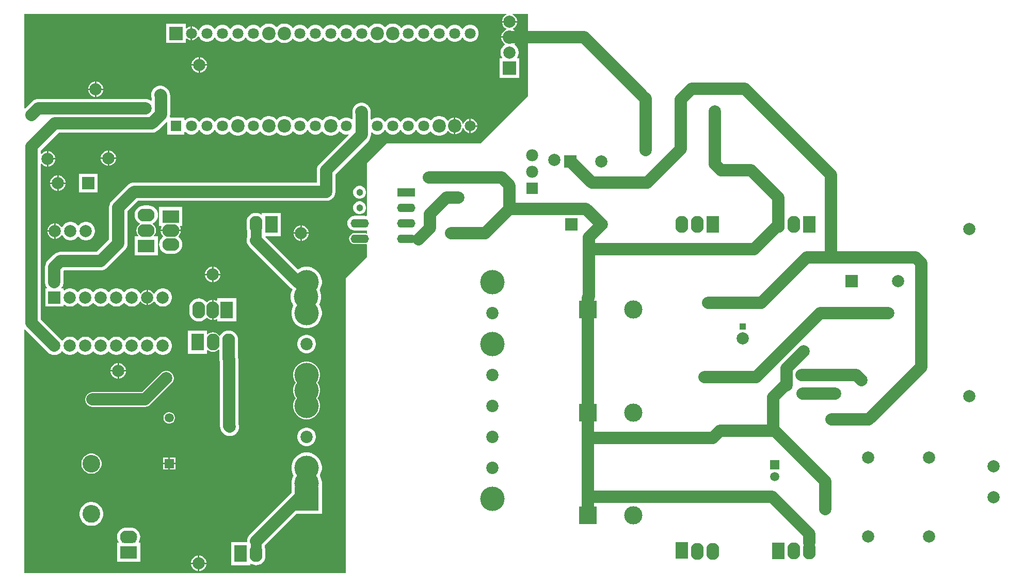
<source format=gbl>
G04*
G04 #@! TF.GenerationSoftware,Altium Limited,Altium Designer,22.11.1 (43)*
G04*
G04 Layer_Physical_Order=2*
G04 Layer_Color=16711680*
%FSLAX44Y44*%
%MOMM*%
G71*
G04*
G04 #@! TF.SameCoordinates,BEA400A9-7B0A-4234-B2B5-4D1F4660E836*
G04*
G04*
G04 #@! TF.FilePolarity,Positive*
G04*
G01*
G75*
%ADD87C,2.0000*%
%ADD88C,1.8000*%
%ADD90C,0.8000*%
%ADD91R,2.0000X2.0000*%
%ADD92C,2.0000*%
%ADD93R,2.1000X2.8000*%
%ADD94O,2.1000X2.8000*%
%ADD95R,1.1000X1.1000*%
%ADD96R,1.5000X1.5000*%
%ADD97C,1.5000*%
%ADD98O,2.8000X2.1000*%
%ADD99R,2.8000X2.1000*%
%ADD100R,3.0000X1.4000*%
%ADD101O,3.0000X1.4000*%
%ADD102C,1.1330*%
%ADD103C,4.0000*%
%ADD104C,1.8000*%
%ADD105C,2.2000*%
%ADD106R,2.2000X2.2000*%
%ADD107R,1.8000X1.8000*%
%ADD108C,2.0250*%
%ADD109R,4.0000X4.0000*%
%ADD110R,3.0000X3.0000*%
%ADD111C,3.0000*%
%ADD112C,2.8950*%
%ADD113C,1.9800*%
%ADD114R,1.9800X1.9800*%
%ADD115R,2.0000X2.0000*%
%ADD116R,2.2000X2.2000*%
G36*
X831000Y786000D02*
X753000Y708000D01*
X599000D01*
X567000Y676000D01*
Y589787D01*
X565730Y589031D01*
X562900Y589403D01*
X546900D01*
X543767Y588991D01*
X540848Y587782D01*
X538341Y585858D01*
X536418Y583352D01*
X535209Y580433D01*
X534796Y577300D01*
X535209Y574167D01*
X536418Y571248D01*
X538341Y568741D01*
X540848Y566818D01*
X543767Y565609D01*
X546900Y565196D01*
X562900D01*
X565730Y565569D01*
X567000Y564813D01*
Y561086D01*
X565944Y560381D01*
X565249Y560668D01*
X562900Y560978D01*
X546900D01*
X544551Y560668D01*
X542361Y559761D01*
X540481Y558319D01*
X539039Y556439D01*
X538132Y554249D01*
X537822Y551900D01*
X538132Y549551D01*
X539039Y547361D01*
X540481Y545481D01*
X542361Y544039D01*
X544551Y543132D01*
X546900Y542822D01*
X562900D01*
X565249Y543132D01*
X565944Y543419D01*
X567000Y542714D01*
Y522000D01*
X532000Y487000D01*
Y3059D01*
X5059D01*
Y402291D01*
X6254Y402719D01*
X6342Y402612D01*
X43622Y365332D01*
X44194Y364862D01*
X44718Y364339D01*
X45334Y363927D01*
X45906Y363458D01*
X46559Y363109D01*
X47175Y362697D01*
X47859Y362414D01*
X48512Y362065D01*
X49221Y361850D01*
X49905Y361567D01*
X50631Y361422D01*
X51340Y361207D01*
X52076Y361134D01*
X52803Y360990D01*
X53543D01*
X54280Y360917D01*
X55017Y360990D01*
X55757D01*
X56484Y361134D01*
X57221Y361207D01*
X57929Y361422D01*
X58655Y361567D01*
X59339Y361850D01*
X60048Y362065D01*
X60701Y362414D01*
X61385Y362697D01*
X62001Y363109D01*
X62654Y363458D01*
X63226Y363927D01*
X63842Y364339D01*
X64366Y364862D01*
X64938Y365332D01*
X65408Y365905D01*
X65931Y366428D01*
X66216Y366855D01*
X66771Y366970D01*
X67783Y366796D01*
X68029Y366428D01*
X70118Y364339D01*
X72575Y362697D01*
X75305Y361567D01*
X78203Y360990D01*
X81157D01*
X84055Y361567D01*
X86785Y362697D01*
X89242Y364339D01*
X91331Y366428D01*
X91745Y367047D01*
X93015D01*
X93429Y366428D01*
X95518Y364339D01*
X97975Y362697D01*
X100705Y361567D01*
X103603Y360990D01*
X106557D01*
X109455Y361567D01*
X112185Y362697D01*
X114642Y364339D01*
X116731Y366428D01*
X117145Y367047D01*
X118415D01*
X118829Y366428D01*
X120918Y364339D01*
X123375Y362697D01*
X126105Y361567D01*
X129003Y360990D01*
X131957D01*
X134855Y361567D01*
X137585Y362697D01*
X140042Y364339D01*
X142131Y366428D01*
X142545Y367047D01*
X143815D01*
X144229Y366428D01*
X146318Y364339D01*
X148775Y362697D01*
X151505Y361567D01*
X154403Y360990D01*
X157357D01*
X160255Y361567D01*
X162985Y362697D01*
X165442Y364339D01*
X167531Y366428D01*
X167945Y367047D01*
X169215D01*
X169629Y366428D01*
X171718Y364339D01*
X174175Y362697D01*
X176905Y361567D01*
X179803Y360990D01*
X182757D01*
X185655Y361567D01*
X188385Y362697D01*
X190842Y364339D01*
X192931Y366428D01*
X193345Y367047D01*
X194615D01*
X195029Y366428D01*
X197118Y364339D01*
X199575Y362697D01*
X202305Y361567D01*
X205203Y360990D01*
X208157D01*
X211055Y361567D01*
X213785Y362697D01*
X216242Y364339D01*
X218331Y366428D01*
X218745Y367047D01*
X220015D01*
X220429Y366428D01*
X222518Y364339D01*
X224975Y362697D01*
X227705Y361567D01*
X230603Y360990D01*
X233557D01*
X236455Y361567D01*
X239185Y362697D01*
X241642Y364339D01*
X243731Y366428D01*
X245373Y368885D01*
X246504Y371615D01*
X247080Y374513D01*
Y377467D01*
X246504Y380365D01*
X245373Y383095D01*
X243731Y385552D01*
X241642Y387641D01*
X239185Y389283D01*
X236455Y390414D01*
X233557Y390990D01*
X230603D01*
X227705Y390414D01*
X224975Y389283D01*
X222518Y387641D01*
X220429Y385552D01*
X220015Y384933D01*
X218745D01*
X218331Y385552D01*
X216242Y387641D01*
X213785Y389283D01*
X211055Y390414D01*
X208157Y390990D01*
X205203D01*
X202305Y390414D01*
X199575Y389283D01*
X197118Y387641D01*
X195029Y385552D01*
X194615Y384933D01*
X193345D01*
X192931Y385552D01*
X190842Y387641D01*
X188385Y389283D01*
X185655Y390414D01*
X182757Y390990D01*
X179803D01*
X176905Y390414D01*
X174175Y389283D01*
X171718Y387641D01*
X169629Y385552D01*
X169215Y384933D01*
X167945D01*
X167531Y385552D01*
X165442Y387641D01*
X162985Y389283D01*
X160255Y390414D01*
X157357Y390990D01*
X154403D01*
X151505Y390414D01*
X148775Y389283D01*
X146318Y387641D01*
X144229Y385552D01*
X143815Y384933D01*
X142545D01*
X142131Y385552D01*
X140042Y387641D01*
X137585Y389283D01*
X134855Y390414D01*
X131957Y390990D01*
X129003D01*
X126105Y390414D01*
X123375Y389283D01*
X120918Y387641D01*
X118829Y385552D01*
X118415Y384933D01*
X117145D01*
X116731Y385552D01*
X114642Y387641D01*
X112185Y389283D01*
X109455Y390414D01*
X106557Y390990D01*
X103603D01*
X100705Y390414D01*
X97975Y389283D01*
X95518Y387641D01*
X93429Y385552D01*
X93015Y384933D01*
X91745D01*
X91331Y385552D01*
X89242Y387641D01*
X86785Y389283D01*
X84055Y390414D01*
X81157Y390990D01*
X78203D01*
X75305Y390414D01*
X72575Y389283D01*
X70118Y387641D01*
X68029Y385552D01*
X67783Y385184D01*
X66771Y385010D01*
X66216Y385125D01*
X65931Y385552D01*
X65408Y386076D01*
X64938Y386648D01*
X32073Y419513D01*
Y674397D01*
X33343Y674923D01*
X35300Y672965D01*
X38160Y671315D01*
X41349Y670460D01*
X41730D01*
Y683000D01*
Y695540D01*
X41349D01*
X38160Y694685D01*
X35300Y693035D01*
X33343Y691077D01*
X32073Y691603D01*
Y696757D01*
X61243Y725927D01*
X214355D01*
X217296Y726217D01*
X220123Y727075D01*
X222729Y728468D01*
X225013Y730342D01*
X238430Y743759D01*
X239700Y743233D01*
Y722948D01*
X267700D01*
Y726753D01*
X268970Y727279D01*
X270504Y725745D01*
X273696Y723902D01*
X277257Y722948D01*
X280943D01*
X284504Y723902D01*
X287696Y725745D01*
X290303Y728352D01*
X291165Y729845D01*
X292435D01*
X293297Y728352D01*
X295904Y725745D01*
X299096Y723902D01*
X302657Y722948D01*
X306343D01*
X309904Y723902D01*
X313096Y725745D01*
X315703Y728352D01*
X316565Y729845D01*
X317835D01*
X318697Y728352D01*
X321304Y725745D01*
X324496Y723902D01*
X328057Y722948D01*
X331743D01*
X335304Y723902D01*
X338496Y725745D01*
X340606Y727855D01*
X342154Y727823D01*
X342872Y726749D01*
X345101Y724520D01*
X347721Y722769D01*
X350633Y721563D01*
X353724Y720948D01*
X356876D01*
X359967Y721563D01*
X362879Y722769D01*
X365499Y724520D01*
X367728Y726749D01*
X368446Y727823D01*
X369995Y727855D01*
X372104Y725745D01*
X375296Y723902D01*
X378857Y722948D01*
X382543D01*
X386104Y723902D01*
X389296Y725745D01*
X391406Y727855D01*
X392954Y727823D01*
X393672Y726749D01*
X395901Y724520D01*
X398521Y722769D01*
X401433Y721563D01*
X404524Y720948D01*
X407676D01*
X410767Y721563D01*
X413679Y722769D01*
X416300Y724520D01*
X417939Y726159D01*
X418800Y726607D01*
X419662Y726159D01*
X421301Y724520D01*
X423921Y722769D01*
X426833Y721563D01*
X429924Y720948D01*
X433076D01*
X436167Y721563D01*
X439079Y722769D01*
X441699Y724520D01*
X443928Y726749D01*
X444646Y727823D01*
X446195Y727855D01*
X448304Y725745D01*
X451496Y723902D01*
X455057Y722948D01*
X458743D01*
X462304Y723902D01*
X465496Y725745D01*
X468103Y728352D01*
X468965Y729845D01*
X470235D01*
X471097Y728352D01*
X473704Y725745D01*
X476896Y723902D01*
X480457Y722948D01*
X484143D01*
X487704Y723902D01*
X490896Y725745D01*
X493006Y727855D01*
X494554Y727823D01*
X495272Y726749D01*
X497501Y724520D01*
X500121Y722769D01*
X503033Y721563D01*
X506124Y720948D01*
X509276D01*
X512367Y721563D01*
X515279Y722769D01*
X517900Y724520D01*
X520128Y726749D01*
X520846Y727823D01*
X522395Y727855D01*
X524504Y725745D01*
X527696Y723902D01*
X531257Y722948D01*
X534943D01*
X536163Y723275D01*
X536820Y722136D01*
X489342Y674658D01*
X487468Y672374D01*
X486075Y669768D01*
X485217Y666941D01*
X484927Y664000D01*
Y644073D01*
X185000D01*
X182059Y643783D01*
X179232Y642925D01*
X176626Y641532D01*
X174342Y639658D01*
X148342Y613658D01*
X146468Y611374D01*
X145075Y608768D01*
X144217Y605941D01*
X143927Y603000D01*
Y550243D01*
X123757Y530073D01*
X64000D01*
X61059Y529783D01*
X58232Y528925D01*
X55626Y527532D01*
X53342Y525658D01*
X43342Y515658D01*
X41468Y513374D01*
X40075Y510768D01*
X39217Y507940D01*
X38927Y505000D01*
Y480500D01*
X39000Y479763D01*
Y479023D01*
X39144Y478296D01*
X39217Y477560D01*
X39432Y476851D01*
X39576Y476125D01*
X39860Y475441D01*
X40075Y474732D01*
X40424Y474079D01*
X40707Y473395D01*
X41118Y472779D01*
X41468Y472126D01*
X41850Y471660D01*
X41791Y471327D01*
X41188Y470390D01*
X39280D01*
Y440390D01*
X69280D01*
Y442881D01*
X70550Y443450D01*
X72575Y442097D01*
X75305Y440966D01*
X78203Y440390D01*
X81157D01*
X84055Y440966D01*
X86785Y442097D01*
X89242Y443739D01*
X91331Y445828D01*
X91745Y446447D01*
X93015D01*
X93429Y445828D01*
X95518Y443739D01*
X97975Y442097D01*
X100705Y440966D01*
X103603Y440390D01*
X106557D01*
X109455Y440966D01*
X112185Y442097D01*
X114642Y443739D01*
X116731Y445828D01*
X117145Y446447D01*
X118415D01*
X118829Y445828D01*
X120918Y443739D01*
X123375Y442097D01*
X126105Y440966D01*
X129003Y440390D01*
X131957D01*
X134855Y440966D01*
X137585Y442097D01*
X140042Y443739D01*
X142131Y445828D01*
X142545Y446447D01*
X143815D01*
X144229Y445828D01*
X146318Y443739D01*
X148775Y442097D01*
X151505Y440966D01*
X154403Y440390D01*
X157357D01*
X160255Y440966D01*
X162985Y442097D01*
X165442Y443739D01*
X167531Y445828D01*
X167945Y446447D01*
X169215D01*
X169629Y445828D01*
X171718Y443739D01*
X174175Y442097D01*
X176905Y440966D01*
X179803Y440390D01*
X182757D01*
X185655Y440966D01*
X188385Y442097D01*
X190842Y443739D01*
X192931Y445828D01*
X194573Y448285D01*
X194746Y448703D01*
X196013Y448786D01*
X196646Y447690D01*
X198980Y445355D01*
X201840Y443705D01*
X205029Y442850D01*
X205410D01*
Y455390D01*
Y467930D01*
X205029D01*
X201840Y467075D01*
X198980Y465424D01*
X196646Y463090D01*
X196013Y461994D01*
X194746Y462077D01*
X194573Y462495D01*
X192931Y464952D01*
X190842Y467041D01*
X188385Y468683D01*
X185655Y469813D01*
X182757Y470390D01*
X179803D01*
X176905Y469813D01*
X174175Y468683D01*
X171718Y467041D01*
X169629Y464952D01*
X169215Y464333D01*
X167945D01*
X167531Y464952D01*
X165442Y467041D01*
X162985Y468683D01*
X160255Y469813D01*
X157357Y470390D01*
X154403D01*
X151505Y469813D01*
X148775Y468683D01*
X146318Y467041D01*
X144229Y464952D01*
X143815Y464333D01*
X142545D01*
X142131Y464952D01*
X140042Y467041D01*
X137585Y468683D01*
X134855Y469813D01*
X131957Y470390D01*
X129003D01*
X126105Y469813D01*
X123375Y468683D01*
X120918Y467041D01*
X118829Y464952D01*
X118415Y464333D01*
X117145D01*
X116731Y464952D01*
X114642Y467041D01*
X112185Y468683D01*
X109455Y469813D01*
X106557Y470390D01*
X103603D01*
X100705Y469813D01*
X97975Y468683D01*
X95518Y467041D01*
X93429Y464952D01*
X93015Y464333D01*
X91745D01*
X91331Y464952D01*
X89242Y467041D01*
X86785Y468683D01*
X84055Y469813D01*
X81157Y470390D01*
X78203D01*
X75305Y469813D01*
X72575Y468683D01*
X70550Y467330D01*
X69280Y467899D01*
Y470390D01*
X66813D01*
X66209Y471327D01*
X66150Y471660D01*
X66532Y472126D01*
X66881Y472779D01*
X67293Y473395D01*
X67576Y474079D01*
X67925Y474732D01*
X68140Y475441D01*
X68424Y476125D01*
X68568Y476851D01*
X68783Y477560D01*
X68856Y478296D01*
X69000Y479023D01*
Y479763D01*
X69073Y480500D01*
Y498757D01*
X70243Y499927D01*
X130000D01*
X132941Y500217D01*
X135768Y501075D01*
X138374Y502468D01*
X140658Y504342D01*
X169658Y533342D01*
X171532Y535626D01*
X172925Y538232D01*
X173783Y541059D01*
X174073Y544000D01*
Y596757D01*
X191243Y613927D01*
X500000D01*
X500737Y614000D01*
X501477D01*
X502204Y614145D01*
X502940Y614217D01*
X503649Y614432D01*
X504375Y614576D01*
X505059Y614860D01*
X505768Y615075D01*
X506421Y615424D01*
X507105Y615707D01*
X507721Y616119D01*
X508374Y616468D01*
X508946Y616937D01*
X509562Y617349D01*
X510085Y617872D01*
X510658Y618342D01*
X511128Y618914D01*
X511651Y619438D01*
X512063Y620054D01*
X512532Y620626D01*
X512882Y621279D01*
X513293Y621895D01*
X513576Y622579D01*
X513925Y623232D01*
X514140Y623941D01*
X514423Y624625D01*
X514568Y625351D01*
X514783Y626059D01*
X514856Y626797D01*
X515000Y627523D01*
Y628263D01*
X515073Y629000D01*
Y657757D01*
X569158Y711842D01*
X571032Y714126D01*
X572425Y716732D01*
X573283Y719560D01*
X573573Y722500D01*
Y725817D01*
X574746Y726303D01*
X575304Y725745D01*
X578496Y723902D01*
X582057Y722948D01*
X585743D01*
X589304Y723902D01*
X592496Y725745D01*
X595103Y728352D01*
X595965Y729845D01*
X597235D01*
X598097Y728352D01*
X600704Y725745D01*
X603896Y723902D01*
X607457Y722948D01*
X611143D01*
X614704Y723902D01*
X617896Y725745D01*
X620503Y728352D01*
X621365Y729845D01*
X622635D01*
X623497Y728352D01*
X626104Y725745D01*
X629296Y723902D01*
X632857Y722948D01*
X636543D01*
X640104Y723902D01*
X643296Y725745D01*
X645903Y728352D01*
X646765Y729845D01*
X648035D01*
X648897Y728352D01*
X651504Y725745D01*
X654696Y723902D01*
X658257Y722948D01*
X661943D01*
X665504Y723902D01*
X668696Y725745D01*
X670806Y727855D01*
X672354Y727823D01*
X673072Y726749D01*
X675301Y724520D01*
X677921Y722769D01*
X680833Y721563D01*
X683924Y720948D01*
X687076D01*
X690167Y721563D01*
X693079Y722769D01*
X695699Y724520D01*
X697928Y726749D01*
X698946Y728271D01*
X700455Y728245D01*
X702586Y726113D01*
X705674Y724331D01*
X709118Y723408D01*
X709630D01*
Y736948D01*
Y750488D01*
X709118D01*
X705674Y749565D01*
X702586Y747783D01*
X700455Y745651D01*
X698946Y745625D01*
X697928Y747147D01*
X695699Y749376D01*
X693079Y751127D01*
X690167Y752333D01*
X687076Y752948D01*
X683924D01*
X680833Y752333D01*
X677921Y751127D01*
X675301Y749376D01*
X673072Y747147D01*
X672354Y746073D01*
X670806Y746041D01*
X668696Y748151D01*
X665504Y749994D01*
X661943Y750948D01*
X658257D01*
X654696Y749994D01*
X651504Y748151D01*
X648897Y745544D01*
X648035Y744051D01*
X646765D01*
X645903Y745544D01*
X643296Y748151D01*
X640104Y749994D01*
X636543Y750948D01*
X632857D01*
X629296Y749994D01*
X626104Y748151D01*
X623497Y745544D01*
X622635Y744051D01*
X621365D01*
X620503Y745544D01*
X617896Y748151D01*
X614704Y749994D01*
X611143Y750948D01*
X607457D01*
X603896Y749994D01*
X600704Y748151D01*
X598097Y745544D01*
X597235Y744051D01*
X595965D01*
X595103Y745544D01*
X592496Y748151D01*
X589304Y749994D01*
X585743Y750948D01*
X582057D01*
X578496Y749994D01*
X575304Y748151D01*
X574496Y747343D01*
X573323Y747829D01*
Y759750D01*
X573033Y762690D01*
X572175Y765518D01*
X570782Y768124D01*
X569866Y769240D01*
X569651Y769562D01*
X569378Y769836D01*
X568908Y770408D01*
X568658Y770658D01*
X568086Y771128D01*
X567562Y771651D01*
X566946Y772063D01*
X566374Y772532D01*
X565721Y772881D01*
X565105Y773293D01*
X564421Y773576D01*
X563768Y773925D01*
X563059Y774140D01*
X562375Y774424D01*
X561649Y774568D01*
X560941Y774783D01*
X560204Y774855D01*
X559477Y775000D01*
X558737D01*
X558000Y775073D01*
X557263Y775000D01*
X556523D01*
X555796Y774855D01*
X555060Y774783D01*
X554351Y774568D01*
X553625Y774424D01*
X552941Y774140D01*
X552232Y773925D01*
X551579Y773576D01*
X550895Y773293D01*
X550279Y772881D01*
X549626Y772532D01*
X549054Y772063D01*
X548438Y771651D01*
X547915Y771128D01*
X547342Y770658D01*
X546872Y770086D01*
X546349Y769562D01*
X545937Y768946D01*
X545468Y768374D01*
X545118Y767721D01*
X544707Y767105D01*
X544424Y766421D01*
X544075Y765768D01*
X543860Y765059D01*
X543577Y764375D01*
X543432Y763649D01*
X543217Y762941D01*
X543144Y762204D01*
X543000Y761477D01*
Y760737D01*
X542927Y760000D01*
X543000Y759263D01*
Y758523D01*
X543144Y757796D01*
X543177Y757461D01*
Y748329D01*
X542004Y747843D01*
X541696Y748151D01*
X538504Y749994D01*
X534943Y750948D01*
X531257D01*
X527696Y749994D01*
X524504Y748151D01*
X522395Y746041D01*
X520846Y746073D01*
X520128Y747147D01*
X517900Y749376D01*
X515279Y751127D01*
X512367Y752333D01*
X509276Y752948D01*
X506124D01*
X503033Y752333D01*
X500121Y751127D01*
X497501Y749376D01*
X495272Y747147D01*
X494554Y746073D01*
X493006Y746041D01*
X490896Y748151D01*
X487704Y749994D01*
X484143Y750948D01*
X480457D01*
X476896Y749994D01*
X473704Y748151D01*
X471097Y745544D01*
X470235Y744051D01*
X468965D01*
X468103Y745544D01*
X465496Y748151D01*
X462304Y749994D01*
X458743Y750948D01*
X455057D01*
X451496Y749994D01*
X448304Y748151D01*
X446195Y746041D01*
X444646Y746073D01*
X443928Y747147D01*
X441699Y749376D01*
X439079Y751127D01*
X436167Y752333D01*
X433076Y752948D01*
X429924D01*
X426833Y752333D01*
X423921Y751127D01*
X421301Y749376D01*
X419662Y747737D01*
X418800Y747289D01*
X417939Y747737D01*
X416300Y749376D01*
X413679Y751127D01*
X410767Y752333D01*
X407676Y752948D01*
X404524D01*
X401433Y752333D01*
X398521Y751127D01*
X395901Y749376D01*
X393672Y747147D01*
X392954Y746073D01*
X391406Y746041D01*
X389296Y748151D01*
X386104Y749994D01*
X382543Y750948D01*
X378857D01*
X375296Y749994D01*
X372104Y748151D01*
X369995Y746041D01*
X368446Y746073D01*
X367728Y747147D01*
X365499Y749376D01*
X362879Y751127D01*
X359967Y752333D01*
X356876Y752948D01*
X353724D01*
X350633Y752333D01*
X347721Y751127D01*
X345101Y749376D01*
X342872Y747147D01*
X342154Y746073D01*
X340606Y746041D01*
X338496Y748151D01*
X335304Y749994D01*
X331743Y750948D01*
X328057D01*
X324496Y749994D01*
X321304Y748151D01*
X318697Y745544D01*
X317835Y744051D01*
X316565D01*
X315703Y745544D01*
X313096Y748151D01*
X309904Y749994D01*
X306343Y750948D01*
X302657D01*
X299096Y749994D01*
X295904Y748151D01*
X293297Y745544D01*
X292435Y744051D01*
X291165D01*
X290303Y745544D01*
X287696Y748151D01*
X284504Y749994D01*
X280943Y750948D01*
X277257D01*
X273696Y749994D01*
X270504Y748151D01*
X268970Y746617D01*
X267700Y747143D01*
Y750948D01*
X244316D01*
X243560Y751968D01*
X243783Y752704D01*
X244073Y755645D01*
Y787000D01*
X244073Y787000D01*
X243783Y789940D01*
X242925Y792768D01*
X241532Y795374D01*
X239658Y797658D01*
X238658Y798658D01*
X238085Y799128D01*
X237562Y799651D01*
X236946Y800063D01*
X236374Y800532D01*
X235721Y800882D01*
X235105Y801293D01*
X234421Y801576D01*
X233768Y801925D01*
X233059Y802140D01*
X232375Y802423D01*
X231649Y802568D01*
X230940Y802783D01*
X230204Y802856D01*
X229477Y803000D01*
X228737D01*
X228000Y803073D01*
X227263Y803000D01*
X226523D01*
X225796Y802856D01*
X225060Y802783D01*
X224351Y802568D01*
X223625Y802423D01*
X222941Y802140D01*
X222232Y801925D01*
X221579Y801576D01*
X220895Y801293D01*
X220279Y800882D01*
X219626Y800532D01*
X219054Y800063D01*
X218438Y799651D01*
X217915Y799128D01*
X217342Y798658D01*
X216872Y798085D01*
X216349Y797562D01*
X215937Y796946D01*
X215468Y796374D01*
X215119Y795721D01*
X214707Y795105D01*
X214424Y794421D01*
X214075Y793768D01*
X213860Y793059D01*
X213577Y792375D01*
X213432Y791649D01*
X213217Y790940D01*
X213144Y790204D01*
X213000Y789477D01*
Y788737D01*
X212927Y788000D01*
X213000Y787263D01*
Y786523D01*
X213144Y785796D01*
X213217Y785060D01*
X213432Y784351D01*
X213577Y783625D01*
X213860Y782941D01*
X213927Y782718D01*
Y778934D01*
X213538Y778588D01*
X212657Y778300D01*
X212374Y778532D01*
X211721Y778881D01*
X211105Y779293D01*
X210421Y779576D01*
X209768Y779925D01*
X209059Y780140D01*
X208375Y780424D01*
X207649Y780568D01*
X206940Y780783D01*
X206204Y780855D01*
X205477Y781000D01*
X204737D01*
X204000Y781073D01*
X28000D01*
X25059Y780783D01*
X22232Y779925D01*
X19626Y778532D01*
X17342Y776658D01*
X6342Y765658D01*
X6329Y765641D01*
X5059Y766096D01*
Y920941D01*
X795940D01*
X796160Y919685D01*
X793300Y918035D01*
X790965Y915700D01*
X789315Y912840D01*
X788460Y909651D01*
Y909270D01*
X813540D01*
Y909651D01*
X812685Y912840D01*
X811034Y915700D01*
X808700Y918035D01*
X805840Y919685D01*
X806060Y920941D01*
X831000D01*
Y786000D01*
D02*
G37*
%LPC*%
G36*
X610876Y905000D02*
X607724D01*
X604633Y904385D01*
X601721Y903179D01*
X599101Y901428D01*
X597462Y899789D01*
X596600Y899341D01*
X595738Y899789D01*
X594099Y901428D01*
X591479Y903179D01*
X588567Y904385D01*
X585476Y905000D01*
X582324D01*
X579233Y904385D01*
X576321Y903179D01*
X573701Y901428D01*
X571472Y899199D01*
X570754Y898125D01*
X569206Y898093D01*
X567096Y900203D01*
X563904Y902046D01*
X560343Y903000D01*
X556657D01*
X553096Y902046D01*
X549904Y900203D01*
X547297Y897596D01*
X546435Y896103D01*
X545165D01*
X544303Y897596D01*
X541696Y900203D01*
X538504Y902046D01*
X534943Y903000D01*
X531257D01*
X527696Y902046D01*
X524504Y900203D01*
X521897Y897596D01*
X521035Y896103D01*
X519765D01*
X518903Y897596D01*
X516296Y900203D01*
X513104Y902046D01*
X509543Y903000D01*
X505857D01*
X502296Y902046D01*
X499104Y900203D01*
X496497Y897596D01*
X495635Y896103D01*
X494365D01*
X493503Y897596D01*
X490896Y900203D01*
X487704Y902046D01*
X484143Y903000D01*
X480457D01*
X476896Y902046D01*
X473704Y900203D01*
X471097Y897596D01*
X470235Y896103D01*
X468965D01*
X468103Y897596D01*
X465496Y900203D01*
X462304Y902046D01*
X458743Y903000D01*
X455057D01*
X451496Y902046D01*
X448304Y900203D01*
X446194Y898093D01*
X444646Y898125D01*
X443928Y899199D01*
X441699Y901428D01*
X439079Y903179D01*
X436167Y904385D01*
X433076Y905000D01*
X429924D01*
X426833Y904385D01*
X423921Y903179D01*
X421301Y901428D01*
X419661Y899789D01*
X418800Y899341D01*
X417938Y899789D01*
X416299Y901428D01*
X413679Y903179D01*
X410767Y904385D01*
X407676Y905000D01*
X404524D01*
X401433Y904385D01*
X398521Y903179D01*
X395901Y901428D01*
X393672Y899199D01*
X392954Y898125D01*
X391405Y898093D01*
X389296Y900203D01*
X386104Y902046D01*
X382543Y903000D01*
X378857D01*
X375296Y902046D01*
X372104Y900203D01*
X369497Y897596D01*
X368635Y896103D01*
X367365D01*
X366503Y897596D01*
X363896Y900203D01*
X360704Y902046D01*
X357143Y903000D01*
X353457D01*
X349896Y902046D01*
X346704Y900203D01*
X344097Y897596D01*
X343235Y896103D01*
X341965D01*
X341103Y897596D01*
X338496Y900203D01*
X335304Y902046D01*
X331743Y903000D01*
X328057D01*
X324496Y902046D01*
X321304Y900203D01*
X318697Y897596D01*
X317835Y896103D01*
X316565D01*
X315703Y897596D01*
X313096Y900203D01*
X309904Y902046D01*
X306343Y903000D01*
X302657D01*
X299096Y902046D01*
X295904Y900203D01*
X293297Y897596D01*
X291454Y894404D01*
X291162Y893312D01*
X289892D01*
X289853Y893454D01*
X288334Y896086D01*
X286186Y898234D01*
X283554Y899753D01*
X280619Y900540D01*
X280370D01*
Y889000D01*
Y877460D01*
X280619D01*
X283554Y878247D01*
X286186Y879766D01*
X288334Y881914D01*
X289853Y884546D01*
X289892Y884688D01*
X291162D01*
X291454Y883596D01*
X293297Y880404D01*
X295904Y877797D01*
X299096Y875954D01*
X302657Y875000D01*
X306343D01*
X309904Y875954D01*
X313096Y877797D01*
X315703Y880404D01*
X316565Y881897D01*
X317835D01*
X318697Y880404D01*
X321304Y877797D01*
X324496Y875954D01*
X328057Y875000D01*
X331743D01*
X335304Y875954D01*
X338496Y877797D01*
X341103Y880404D01*
X341965Y881897D01*
X343235D01*
X344097Y880404D01*
X346704Y877797D01*
X349896Y875954D01*
X353457Y875000D01*
X357143D01*
X360704Y875954D01*
X363896Y877797D01*
X366503Y880404D01*
X367365Y881897D01*
X368635D01*
X369497Y880404D01*
X372104Y877797D01*
X375296Y875954D01*
X378857Y875000D01*
X382543D01*
X386104Y875954D01*
X389296Y877797D01*
X391405Y879907D01*
X392954Y879875D01*
X393672Y878801D01*
X395901Y876572D01*
X398521Y874821D01*
X401433Y873615D01*
X404524Y873000D01*
X407676D01*
X410767Y873615D01*
X413679Y874821D01*
X416299Y876572D01*
X417938Y878211D01*
X418800Y878659D01*
X419661Y878211D01*
X421301Y876572D01*
X423921Y874821D01*
X426833Y873615D01*
X429924Y873000D01*
X433076D01*
X436167Y873615D01*
X439079Y874821D01*
X441699Y876572D01*
X443928Y878801D01*
X444646Y879875D01*
X446194Y879907D01*
X448304Y877797D01*
X451496Y875954D01*
X455057Y875000D01*
X458743D01*
X462304Y875954D01*
X465496Y877797D01*
X468103Y880404D01*
X468965Y881897D01*
X470235D01*
X471097Y880404D01*
X473704Y877797D01*
X476896Y875954D01*
X480457Y875000D01*
X484143D01*
X487704Y875954D01*
X490896Y877797D01*
X493503Y880404D01*
X494365Y881897D01*
X495635D01*
X496497Y880404D01*
X499104Y877797D01*
X502296Y875954D01*
X505857Y875000D01*
X509543D01*
X513104Y875954D01*
X516296Y877797D01*
X518903Y880404D01*
X519765Y881897D01*
X521035D01*
X521897Y880404D01*
X524504Y877797D01*
X527696Y875954D01*
X531257Y875000D01*
X534943D01*
X538504Y875954D01*
X541696Y877797D01*
X544303Y880404D01*
X545165Y881897D01*
X546435D01*
X547297Y880404D01*
X549904Y877797D01*
X553096Y875954D01*
X556657Y875000D01*
X560343D01*
X563904Y875954D01*
X567096Y877797D01*
X569206Y879907D01*
X570754Y879875D01*
X571472Y878801D01*
X573701Y876572D01*
X576321Y874821D01*
X579233Y873615D01*
X582324Y873000D01*
X585476D01*
X588567Y873615D01*
X591479Y874821D01*
X594099Y876572D01*
X595738Y878211D01*
X596600Y878659D01*
X597462Y878211D01*
X599101Y876572D01*
X601721Y874821D01*
X604633Y873615D01*
X607724Y873000D01*
X610876D01*
X613967Y873615D01*
X616879Y874821D01*
X619499Y876572D01*
X621728Y878801D01*
X622446Y879875D01*
X623994Y879907D01*
X626104Y877797D01*
X629296Y875954D01*
X632857Y875000D01*
X636543D01*
X640104Y875954D01*
X643296Y877797D01*
X645903Y880404D01*
X646765Y881897D01*
X648035D01*
X648897Y880404D01*
X651504Y877797D01*
X654696Y875954D01*
X658257Y875000D01*
X661943D01*
X665504Y875954D01*
X668696Y877797D01*
X671303Y880404D01*
X672165Y881897D01*
X673435D01*
X674297Y880404D01*
X676904Y877797D01*
X680096Y875954D01*
X683657Y875000D01*
X687343D01*
X690904Y875954D01*
X694096Y877797D01*
X696703Y880404D01*
X697565Y881897D01*
X698835D01*
X699697Y880404D01*
X702304Y877797D01*
X705496Y875954D01*
X709057Y875000D01*
X712743D01*
X716304Y875954D01*
X719496Y877797D01*
X722103Y880404D01*
X722965Y881897D01*
X724235D01*
X725097Y880404D01*
X727704Y877797D01*
X730896Y875954D01*
X734457Y875000D01*
X738143D01*
X741704Y875954D01*
X744896Y877797D01*
X747503Y880404D01*
X749346Y883596D01*
X750300Y887157D01*
Y890843D01*
X749346Y894404D01*
X747503Y897596D01*
X744896Y900203D01*
X741704Y902046D01*
X738143Y903000D01*
X734457D01*
X730896Y902046D01*
X727704Y900203D01*
X725097Y897596D01*
X724235Y896103D01*
X722965D01*
X722103Y897596D01*
X719496Y900203D01*
X716304Y902046D01*
X712743Y903000D01*
X709057D01*
X705496Y902046D01*
X702304Y900203D01*
X699697Y897596D01*
X698835Y896103D01*
X697565D01*
X696703Y897596D01*
X694096Y900203D01*
X690904Y902046D01*
X687343Y903000D01*
X683657D01*
X680096Y902046D01*
X676904Y900203D01*
X674297Y897596D01*
X673435Y896103D01*
X672165D01*
X671303Y897596D01*
X668696Y900203D01*
X665504Y902046D01*
X661943Y903000D01*
X658257D01*
X654696Y902046D01*
X651504Y900203D01*
X648897Y897596D01*
X648035Y896103D01*
X646765D01*
X645903Y897596D01*
X643296Y900203D01*
X640104Y902046D01*
X636543Y903000D01*
X632857D01*
X629296Y902046D01*
X626104Y900203D01*
X623994Y898093D01*
X622446Y898125D01*
X621728Y899199D01*
X619499Y901428D01*
X616879Y903179D01*
X613967Y904385D01*
X610876Y905000D01*
D02*
G37*
G36*
X813540Y906730D02*
X788460D01*
Y906349D01*
X789315Y903160D01*
X790965Y900300D01*
X793300Y897965D01*
X795543Y896670D01*
X795627Y896219D01*
X795474Y895244D01*
X792686Y893635D01*
X790165Y891114D01*
X788383Y888026D01*
X787460Y884583D01*
Y884070D01*
X801000D01*
X814540D01*
Y884583D01*
X813617Y888026D01*
X811835Y891114D01*
X809314Y893635D01*
X806526Y895244D01*
X806374Y896219D01*
X806457Y896670D01*
X808700Y897965D01*
X811034Y900300D01*
X812685Y903160D01*
X813540Y906349D01*
Y906730D01*
D02*
G37*
G36*
X269700Y905000D02*
X237700D01*
Y873000D01*
X269700D01*
Y880284D01*
X270970Y880810D01*
X272014Y879766D01*
X274646Y878247D01*
X277581Y877460D01*
X277830D01*
Y889000D01*
Y900540D01*
X277581D01*
X274646Y899753D01*
X272014Y898234D01*
X270970Y897190D01*
X269700Y897716D01*
Y905000D01*
D02*
G37*
G36*
X293651Y849540D02*
X293270D01*
Y838270D01*
X304540D01*
Y838651D01*
X303685Y841840D01*
X302034Y844700D01*
X299700Y847035D01*
X296840Y848685D01*
X293651Y849540D01*
D02*
G37*
G36*
X290730D02*
X290349D01*
X287160Y848685D01*
X284300Y847035D01*
X281966Y844700D01*
X280315Y841840D01*
X279460Y838651D01*
Y838270D01*
X290730D01*
Y849540D01*
D02*
G37*
G36*
X304540Y835730D02*
X293270D01*
Y824460D01*
X293651D01*
X296840Y825315D01*
X299700Y826965D01*
X302034Y829300D01*
X303685Y832160D01*
X304540Y835349D01*
Y835730D01*
D02*
G37*
G36*
X290730D02*
X279460D01*
Y835349D01*
X280315Y832160D01*
X281966Y829300D01*
X284300Y826965D01*
X287160Y825315D01*
X290349Y824460D01*
X290730D01*
Y835730D01*
D02*
G37*
G36*
X814540Y881530D02*
X801000D01*
X787460D01*
Y881017D01*
X788383Y877574D01*
X790165Y874486D01*
X792686Y871965D01*
X793130Y871709D01*
X793179Y870214D01*
X791438Y869051D01*
X789349Y866962D01*
X787707Y864505D01*
X786577Y861775D01*
X786000Y858877D01*
Y855923D01*
X786577Y853025D01*
X787707Y850295D01*
X788492Y849120D01*
X787894Y848000D01*
X785000D01*
Y816000D01*
X817000D01*
Y848000D01*
X814107D01*
X813508Y849120D01*
X814293Y850295D01*
X815424Y853025D01*
X816000Y855923D01*
Y858877D01*
X815424Y861775D01*
X814293Y864505D01*
X812651Y866962D01*
X810562Y869051D01*
X808821Y870214D01*
X808870Y871709D01*
X809314Y871965D01*
X811835Y874486D01*
X813617Y877574D01*
X814540Y881017D01*
Y881530D01*
D02*
G37*
G36*
X123651Y809540D02*
X123270D01*
Y798270D01*
X134540D01*
Y798651D01*
X133685Y801840D01*
X132035Y804700D01*
X129700Y807035D01*
X126840Y808685D01*
X123651Y809540D01*
D02*
G37*
G36*
X120730D02*
X120349D01*
X117160Y808685D01*
X114300Y807035D01*
X111966Y804700D01*
X110315Y801840D01*
X109460Y798651D01*
Y798270D01*
X120730D01*
Y809540D01*
D02*
G37*
G36*
X134540Y795730D02*
X123270D01*
Y784460D01*
X123651D01*
X126840Y785315D01*
X129700Y786965D01*
X132035Y789300D01*
X133685Y792160D01*
X134540Y795349D01*
Y795730D01*
D02*
G37*
G36*
X120730D02*
X109460D01*
Y795349D01*
X110315Y792160D01*
X111966Y789300D01*
X114300Y786965D01*
X117160Y785315D01*
X120349Y784460D01*
X120730D01*
Y795730D01*
D02*
G37*
G36*
X737819Y748488D02*
X737570D01*
Y738218D01*
X747840D01*
Y738467D01*
X747054Y741402D01*
X745534Y744034D01*
X743386Y746182D01*
X740754Y747702D01*
X737819Y748488D01*
D02*
G37*
G36*
X747840Y735678D02*
X737570D01*
Y725408D01*
X737819D01*
X740754Y726195D01*
X743386Y727714D01*
X745534Y729862D01*
X747054Y732494D01*
X747840Y735429D01*
Y735678D01*
D02*
G37*
G36*
X712683Y750488D02*
X712170D01*
Y736948D01*
Y723408D01*
X712683D01*
X716126Y724331D01*
X719214Y726113D01*
X721735Y728634D01*
X723517Y731722D01*
X723978Y733441D01*
X725293D01*
X725547Y732494D01*
X727066Y729862D01*
X729214Y727714D01*
X731846Y726195D01*
X734781Y725408D01*
X735030D01*
Y736948D01*
Y748488D01*
X734781D01*
X731846Y747702D01*
X729214Y746182D01*
X727066Y744034D01*
X725547Y741402D01*
X725293Y740455D01*
X723978D01*
X723517Y742174D01*
X721735Y745262D01*
X719214Y747783D01*
X716126Y749565D01*
X712683Y750488D01*
D02*
G37*
G36*
X144651Y696540D02*
X144270D01*
Y685270D01*
X155540D01*
Y685651D01*
X154685Y688840D01*
X153034Y691700D01*
X150700Y694035D01*
X147840Y695685D01*
X144651Y696540D01*
D02*
G37*
G36*
X141730D02*
X141349D01*
X138160Y695685D01*
X135300Y694035D01*
X132965Y691700D01*
X131315Y688840D01*
X130460Y685651D01*
Y685270D01*
X141730D01*
Y696540D01*
D02*
G37*
G36*
X44651Y695540D02*
X44270D01*
Y684270D01*
X55540D01*
Y684651D01*
X54685Y687840D01*
X53035Y690700D01*
X50700Y693035D01*
X47840Y694685D01*
X44651Y695540D01*
D02*
G37*
G36*
X155540Y682730D02*
X144270D01*
Y671460D01*
X144651D01*
X147840Y672315D01*
X150700Y673966D01*
X153034Y676300D01*
X154685Y679160D01*
X155540Y682349D01*
Y682730D01*
D02*
G37*
G36*
X141730D02*
X130460D01*
Y682349D01*
X131315Y679160D01*
X132965Y676300D01*
X135300Y673966D01*
X138160Y672315D01*
X141349Y671460D01*
X141730D01*
Y682730D01*
D02*
G37*
G36*
X55540Y681730D02*
X44270D01*
Y670460D01*
X44651D01*
X47840Y671315D01*
X50700Y672965D01*
X53035Y675300D01*
X54685Y678160D01*
X55540Y681349D01*
Y681730D01*
D02*
G37*
G36*
X61651Y655540D02*
X61270D01*
Y644270D01*
X72540D01*
Y644651D01*
X71685Y647840D01*
X70034Y650700D01*
X67700Y653035D01*
X64840Y654685D01*
X61651Y655540D01*
D02*
G37*
G36*
X58730D02*
X58349D01*
X55160Y654685D01*
X52300Y653035D01*
X49966Y650700D01*
X48315Y647840D01*
X47460Y644651D01*
Y644270D01*
X58730D01*
Y655540D01*
D02*
G37*
G36*
X72540Y641730D02*
X61270D01*
Y630460D01*
X61651D01*
X64840Y631315D01*
X67700Y632966D01*
X70034Y635300D01*
X71685Y638160D01*
X72540Y641349D01*
Y641730D01*
D02*
G37*
G36*
X58730D02*
X47460D01*
Y641349D01*
X48315Y638160D01*
X49966Y635300D01*
X52300Y632966D01*
X55160Y631315D01*
X58349Y630460D01*
X58730D01*
Y641730D01*
D02*
G37*
G36*
X125000Y658000D02*
X95000D01*
Y628000D01*
X125000D01*
Y658000D01*
D02*
G37*
G36*
X556304Y638765D02*
X553496D01*
X550784Y638038D01*
X548352Y636634D01*
X546366Y634648D01*
X544962Y632216D01*
X544235Y629504D01*
Y626696D01*
X544962Y623983D01*
X546366Y621552D01*
X548352Y619566D01*
X550784Y618162D01*
X553496Y617435D01*
X556304D01*
X559016Y618162D01*
X561449Y619566D01*
X563434Y621552D01*
X564838Y623983D01*
X565565Y626696D01*
Y629504D01*
X564838Y632216D01*
X563434Y634648D01*
X561449Y636634D01*
X559016Y638038D01*
X556304Y638765D01*
D02*
G37*
G36*
Y613365D02*
X553496D01*
X550784Y612638D01*
X548352Y611234D01*
X546366Y609248D01*
X544962Y606816D01*
X544235Y604104D01*
Y601296D01*
X544962Y598583D01*
X546366Y596152D01*
X548352Y594166D01*
X550784Y592762D01*
X553496Y592035D01*
X556304D01*
X559016Y592762D01*
X561449Y594166D01*
X563434Y596152D01*
X564838Y598583D01*
X565565Y601296D01*
Y604104D01*
X564838Y606816D01*
X563434Y609248D01*
X561449Y611234D01*
X559016Y612638D01*
X556304Y613365D01*
D02*
G37*
G36*
X107377Y579418D02*
X104423D01*
X101525Y578841D01*
X98795Y577711D01*
X96338Y576069D01*
X94249Y573980D01*
X93835Y573360D01*
X92565D01*
X92151Y573980D01*
X90062Y576069D01*
X87605Y577711D01*
X84875Y578841D01*
X81977Y579418D01*
X79023D01*
X76125Y578841D01*
X73395Y577711D01*
X70938Y576069D01*
X68849Y573980D01*
X67207Y571523D01*
X67034Y571105D01*
X65767Y571022D01*
X65135Y572118D01*
X62800Y574452D01*
X59940Y576103D01*
X56751Y576958D01*
X56370D01*
Y564418D01*
Y551878D01*
X56751D01*
X59940Y552732D01*
X62800Y554383D01*
X65135Y556718D01*
X65767Y557813D01*
X67034Y557730D01*
X67207Y557313D01*
X68849Y554856D01*
X70938Y552766D01*
X73395Y551125D01*
X76125Y549994D01*
X79023Y549418D01*
X81977D01*
X84875Y549994D01*
X87605Y551125D01*
X90062Y552766D01*
X92151Y554856D01*
X92565Y555475D01*
X93835D01*
X94249Y554856D01*
X96338Y552766D01*
X98795Y551125D01*
X101525Y549994D01*
X104423Y549418D01*
X107377D01*
X110275Y549994D01*
X113005Y551125D01*
X115462Y552766D01*
X117551Y554856D01*
X119193Y557313D01*
X120324Y560042D01*
X120900Y562940D01*
Y565895D01*
X120324Y568793D01*
X119193Y571523D01*
X117551Y573980D01*
X115462Y576069D01*
X113005Y577711D01*
X110275Y578841D01*
X107377Y579418D01*
D02*
G37*
G36*
X264085Y603800D02*
X226085D01*
Y572800D01*
X229359D01*
X230009Y571530D01*
X228880Y568804D01*
X228599Y566670D01*
X245085D01*
X261570D01*
X261289Y568804D01*
X260160Y571530D01*
X260811Y572800D01*
X264085D01*
Y603800D01*
D02*
G37*
G36*
X53830Y576958D02*
X53449D01*
X50260Y576103D01*
X47400Y574452D01*
X45065Y572118D01*
X43415Y569258D01*
X42560Y566069D01*
Y565688D01*
X53830D01*
Y576958D01*
D02*
G37*
G36*
X460651Y573540D02*
X460270D01*
Y562270D01*
X471540D01*
Y562651D01*
X470685Y565840D01*
X469035Y568700D01*
X466700Y571035D01*
X463840Y572685D01*
X460651Y573540D01*
D02*
G37*
G36*
X457730D02*
X457349D01*
X454160Y572685D01*
X451300Y571035D01*
X448965Y568700D01*
X447315Y565840D01*
X446460Y562651D01*
Y562270D01*
X457730D01*
Y573540D01*
D02*
G37*
G36*
X53830Y563148D02*
X42560D01*
Y562767D01*
X43415Y559577D01*
X45065Y556718D01*
X47400Y554383D01*
X50260Y552732D01*
X53449Y551878D01*
X53830D01*
Y563148D01*
D02*
G37*
G36*
X471540Y559730D02*
X460270D01*
Y548460D01*
X460651D01*
X463840Y549315D01*
X466700Y550965D01*
X469035Y553300D01*
X470685Y556160D01*
X471540Y559349D01*
Y559730D01*
D02*
G37*
G36*
X457730D02*
X446460D01*
Y559349D01*
X447315Y556160D01*
X448965Y553300D01*
X451300Y550965D01*
X454160Y549315D01*
X457349Y548460D01*
X457730D01*
Y559730D01*
D02*
G37*
G36*
X261570Y564130D02*
X245085D01*
X228599D01*
X228880Y561996D01*
X230194Y558824D01*
X232285Y556100D01*
X232020Y554702D01*
X230572Y553513D01*
X228635Y551153D01*
X227195Y548460D01*
X226309Y545539D01*
X226010Y542500D01*
X226309Y539462D01*
X227195Y536540D01*
X228635Y533847D01*
X230572Y531487D01*
X232932Y529550D01*
X235625Y528111D01*
X238546Y527224D01*
X241585Y526925D01*
X248585D01*
X251623Y527224D01*
X254545Y528111D01*
X257238Y529550D01*
X259598Y531487D01*
X261535Y533847D01*
X262974Y536540D01*
X263860Y539462D01*
X264160Y542500D01*
X263860Y545539D01*
X262974Y548460D01*
X261535Y551153D01*
X259598Y553513D01*
X258150Y554702D01*
X257885Y556100D01*
X259975Y558824D01*
X261289Y561996D01*
X261570Y564130D01*
D02*
G37*
G36*
X208500Y606375D02*
X201500D01*
X198461Y606076D01*
X195540Y605189D01*
X192847Y603750D01*
X190487Y601813D01*
X188550Y599453D01*
X187111Y596760D01*
X186224Y593839D01*
X185925Y590800D01*
X186224Y587761D01*
X187111Y584840D01*
X188550Y582147D01*
X190487Y579787D01*
X192847Y577850D01*
X194178Y577138D01*
X194301Y575632D01*
X192585Y574315D01*
X190581Y571704D01*
X189322Y568663D01*
X188892Y565400D01*
X189322Y562137D01*
X190581Y559096D01*
X192366Y556770D01*
X191944Y555500D01*
X186000D01*
Y524500D01*
X224000D01*
Y555500D01*
X218056D01*
X217634Y556770D01*
X219419Y559096D01*
X220678Y562137D01*
X221108Y565400D01*
X220678Y568663D01*
X219419Y571704D01*
X217415Y574315D01*
X215699Y575632D01*
X215822Y577138D01*
X217153Y577850D01*
X219513Y579787D01*
X221450Y582147D01*
X222889Y584840D01*
X223776Y587761D01*
X224075Y590800D01*
X223776Y593839D01*
X222889Y596760D01*
X221450Y599453D01*
X219513Y601813D01*
X217153Y603750D01*
X214460Y605189D01*
X211539Y606076D01*
X208500Y606375D01*
D02*
G37*
G36*
X315651Y505540D02*
X315270D01*
Y494270D01*
X326540D01*
Y494651D01*
X325685Y497840D01*
X324035Y500700D01*
X321700Y503035D01*
X318840Y504685D01*
X315651Y505540D01*
D02*
G37*
G36*
X312730D02*
X312349D01*
X309160Y504685D01*
X306300Y503035D01*
X303965Y500700D01*
X302315Y497840D01*
X301460Y494651D01*
Y494270D01*
X312730D01*
Y505540D01*
D02*
G37*
G36*
X326540Y491730D02*
X315270D01*
Y480460D01*
X315651D01*
X318840Y481315D01*
X321700Y482966D01*
X324035Y485300D01*
X325685Y488160D01*
X326540Y491349D01*
Y491730D01*
D02*
G37*
G36*
X312730D02*
X301460D01*
Y491349D01*
X302315Y488160D01*
X303965Y485300D01*
X306300Y482966D01*
X309160Y481315D01*
X312349Y480460D01*
X312730D01*
Y491730D01*
D02*
G37*
G36*
X233557Y470390D02*
X230603D01*
X227705Y469813D01*
X224975Y468683D01*
X222518Y467041D01*
X220429Y464952D01*
X218787Y462495D01*
X218614Y462077D01*
X217347Y461994D01*
X216714Y463090D01*
X214380Y465424D01*
X211520Y467075D01*
X208331Y467930D01*
X207950D01*
Y455390D01*
Y442850D01*
X208331D01*
X211520Y443705D01*
X214380Y445355D01*
X216714Y447690D01*
X217347Y448786D01*
X218614Y448703D01*
X218787Y448285D01*
X220429Y445828D01*
X222518Y443739D01*
X224975Y442097D01*
X227705Y440966D01*
X230603Y440390D01*
X233557D01*
X236455Y440966D01*
X239185Y442097D01*
X241642Y443739D01*
X243731Y445828D01*
X245373Y448285D01*
X246504Y451015D01*
X247080Y453913D01*
Y456867D01*
X246504Y459765D01*
X245373Y462495D01*
X243731Y464952D01*
X241642Y467041D01*
X239185Y468683D01*
X236455Y469813D01*
X233557Y470390D01*
D02*
G37*
G36*
X352500Y454000D02*
X321500D01*
Y450726D01*
X320230Y450075D01*
X317504Y451204D01*
X315370Y451485D01*
Y435000D01*
Y418515D01*
X317504Y418796D01*
X320230Y419925D01*
X321500Y419274D01*
Y416000D01*
X352500D01*
Y454000D01*
D02*
G37*
G36*
X291200Y454075D02*
X288162Y453776D01*
X285240Y452889D01*
X282547Y451450D01*
X280187Y449513D01*
X278250Y447153D01*
X276811Y444460D01*
X275924Y441539D01*
X275625Y438500D01*
Y431500D01*
X275924Y428461D01*
X276811Y425540D01*
X278250Y422847D01*
X280187Y420487D01*
X282547Y418550D01*
X285240Y417111D01*
X288162Y416224D01*
X291200Y415925D01*
X294238Y416224D01*
X297160Y417111D01*
X299853Y418550D01*
X302213Y420487D01*
X303402Y421935D01*
X304800Y422200D01*
X307524Y420110D01*
X310696Y418796D01*
X312830Y418515D01*
Y435000D01*
Y451485D01*
X310696Y451204D01*
X307524Y449890D01*
X304800Y447800D01*
X303402Y448065D01*
X302213Y449513D01*
X299853Y451450D01*
X297160Y452889D01*
X294238Y453776D01*
X291200Y454075D01*
D02*
G37*
G36*
X384600Y594075D02*
X381562Y593776D01*
X378640Y592889D01*
X375947Y591450D01*
X373587Y589513D01*
X371650Y587153D01*
X370211Y584460D01*
X369324Y581539D01*
X369025Y578500D01*
Y571500D01*
X369324Y568461D01*
X370211Y565540D01*
X370479Y565037D01*
Y554524D01*
X369817Y552341D01*
X369527Y549400D01*
X369817Y546460D01*
X370675Y543632D01*
X372068Y541026D01*
X373942Y538742D01*
X442694Y469990D01*
X444772Y468284D01*
X442897Y463757D01*
X441937Y458927D01*
Y454003D01*
X442897Y449173D01*
X444782Y444623D01*
X446310Y442337D01*
X445845Y441642D01*
X443961Y437092D01*
X443000Y432262D01*
Y427338D01*
X443961Y422508D01*
X445845Y417958D01*
X448581Y413863D01*
X452063Y410381D01*
X456158Y407645D01*
X460708Y405761D01*
X465538Y404800D01*
X470462D01*
X475292Y405761D01*
X479842Y407645D01*
X483937Y410381D01*
X487419Y413863D01*
X490155Y417958D01*
X492039Y422508D01*
X493000Y427338D01*
Y432262D01*
X492039Y437092D01*
X490155Y441642D01*
X488627Y443928D01*
X489091Y444623D01*
X490976Y449173D01*
X491937Y454003D01*
Y458927D01*
X490976Y463757D01*
X489383Y467603D01*
X490155Y468758D01*
X492039Y473308D01*
X493000Y478138D01*
Y483062D01*
X492039Y487892D01*
X490155Y492442D01*
X487419Y496536D01*
X483937Y500019D01*
X479842Y502755D01*
X475292Y504639D01*
X470462Y505600D01*
X465538D01*
X460708Y504639D01*
X456158Y502755D01*
X454002Y501314D01*
X400489Y554827D01*
X400975Y556000D01*
X425500D01*
Y594000D01*
X394500D01*
Y591912D01*
X393352Y591369D01*
X393253Y591450D01*
X390560Y592889D01*
X387639Y593776D01*
X384600Y594075D01*
D02*
G37*
G36*
X339800Y401075D02*
X336762Y400776D01*
X333840Y399889D01*
X331147Y398450D01*
X328787Y396513D01*
X326850Y394153D01*
X326138Y392822D01*
X324632Y392699D01*
X323315Y394415D01*
X320704Y396419D01*
X317663Y397678D01*
X314400Y398108D01*
X311137Y397678D01*
X308096Y396419D01*
X305770Y394634D01*
X304500Y395056D01*
Y401000D01*
X273500D01*
Y363000D01*
X304500D01*
Y368944D01*
X305770Y369366D01*
X308096Y367581D01*
X311137Y366322D01*
X314400Y365892D01*
X317663Y366322D01*
X320704Y367581D01*
X323315Y369585D01*
X323625Y369989D01*
X324827Y369580D01*
Y355100D01*
X325117Y352160D01*
X325565Y350684D01*
X325577Y350625D01*
X325600Y350569D01*
X325927Y349488D01*
Y244000D01*
X326217Y241059D01*
X327075Y238232D01*
X328468Y235626D01*
X330342Y233342D01*
X331342Y232342D01*
X331914Y231872D01*
X332438Y231349D01*
X333054Y230937D01*
X333626Y230468D01*
X334279Y230119D01*
X334895Y229707D01*
X335579Y229424D01*
X336232Y229075D01*
X336941Y228860D01*
X337625Y228577D01*
X338351Y228432D01*
X339059Y228217D01*
X339796Y228144D01*
X340523Y228000D01*
X341263D01*
X342000Y227927D01*
X342737Y228000D01*
X343477D01*
X344204Y228144D01*
X344940Y228217D01*
X345649Y228432D01*
X346375Y228577D01*
X347059Y228860D01*
X347768Y229075D01*
X348421Y229424D01*
X349105Y229707D01*
X349721Y230119D01*
X350374Y230468D01*
X350946Y230937D01*
X351562Y231349D01*
X352085Y231872D01*
X352658Y232342D01*
X353128Y232915D01*
X353651Y233438D01*
X354063Y234054D01*
X354532Y234626D01*
X354882Y235279D01*
X355293Y235895D01*
X355576Y236579D01*
X355925Y237232D01*
X356140Y237941D01*
X356423Y238625D01*
X356568Y239351D01*
X356783Y240060D01*
X356856Y240796D01*
X357000Y241523D01*
Y242263D01*
X357073Y243000D01*
X357000Y243737D01*
Y244477D01*
X356856Y245204D01*
X356783Y245940D01*
X356568Y246649D01*
X356423Y247375D01*
X356140Y248059D01*
X356073Y248282D01*
Y354000D01*
X356073Y354000D01*
X355783Y356940D01*
X354973Y359612D01*
Y375121D01*
X355076Y375462D01*
X355375Y378500D01*
Y385500D01*
X355076Y388539D01*
X354189Y391460D01*
X352750Y394153D01*
X350813Y396513D01*
X348453Y398450D01*
X345760Y399889D01*
X342839Y400776D01*
X339800Y401075D01*
D02*
G37*
G36*
X469490Y394125D02*
X466510D01*
X463588Y393544D01*
X460836Y392404D01*
X458358Y390748D01*
X456252Y388642D01*
X454596Y386164D01*
X453456Y383412D01*
X452875Y380490D01*
Y377510D01*
X453456Y374588D01*
X454596Y371836D01*
X456252Y369358D01*
X458358Y367252D01*
X460836Y365596D01*
X463588Y364456D01*
X466510Y363875D01*
X469490D01*
X472412Y364456D01*
X475164Y365596D01*
X477642Y367252D01*
X479748Y369358D01*
X481404Y371836D01*
X482544Y374588D01*
X483125Y377510D01*
Y380490D01*
X482544Y383412D01*
X481404Y386164D01*
X479748Y388642D01*
X477642Y390748D01*
X475164Y392404D01*
X472412Y393544D01*
X469490Y394125D01*
D02*
G37*
G36*
X160651Y347540D02*
X160270D01*
Y336270D01*
X171540D01*
Y336651D01*
X170685Y339840D01*
X169035Y342700D01*
X166700Y345034D01*
X163840Y346685D01*
X160651Y347540D01*
D02*
G37*
G36*
X157730D02*
X157349D01*
X154160Y346685D01*
X151300Y345034D01*
X148966Y342700D01*
X147315Y339840D01*
X146460Y336651D01*
Y336270D01*
X157730D01*
Y347540D01*
D02*
G37*
G36*
X171540Y333730D02*
X160270D01*
Y322460D01*
X160651D01*
X163840Y323315D01*
X166700Y324966D01*
X169035Y327300D01*
X170685Y330160D01*
X171540Y333349D01*
Y333730D01*
D02*
G37*
G36*
X157730D02*
X146460D01*
Y333349D01*
X147315Y330160D01*
X148966Y327300D01*
X151300Y324966D01*
X154160Y323315D01*
X157349Y322460D01*
X157730D01*
Y333730D01*
D02*
G37*
G36*
X238000Y335103D02*
X237213Y335000D01*
X236420D01*
X235654Y334795D01*
X234867Y334691D01*
X234135Y334388D01*
X233368Y334182D01*
X232681Y333786D01*
X231948Y333482D01*
X231319Y332999D01*
X230632Y332602D01*
X230071Y332041D01*
X229442Y331558D01*
X197987Y300104D01*
X117000D01*
X116213Y300000D01*
X115420D01*
X114654Y299795D01*
X113867Y299691D01*
X113134Y299387D01*
X112368Y299182D01*
X111681Y298786D01*
X110948Y298482D01*
X110319Y297999D01*
X109632Y297602D01*
X109071Y297041D01*
X108441Y296558D01*
X107959Y295929D01*
X107398Y295368D01*
X107001Y294681D01*
X106518Y294052D01*
X106214Y293319D01*
X105818Y292632D01*
X105612Y291866D01*
X105309Y291133D01*
X105205Y290346D01*
X105000Y289580D01*
Y288787D01*
X104896Y288000D01*
X105000Y287213D01*
Y286420D01*
X105205Y285654D01*
X105309Y284867D01*
X105612Y284134D01*
X105818Y283368D01*
X106214Y282681D01*
X106518Y281948D01*
X107001Y281319D01*
X107398Y280632D01*
X107959Y280071D01*
X108441Y279442D01*
X109071Y278959D01*
X109632Y278398D01*
X110319Y278001D01*
X110948Y277518D01*
X111681Y277214D01*
X112368Y276818D01*
X113134Y276612D01*
X113867Y276309D01*
X114654Y276205D01*
X115420Y276000D01*
X116213D01*
X117000Y275896D01*
X203000D01*
X206133Y276309D01*
X209052Y277518D01*
X211558Y279442D01*
X246558Y314442D01*
X247041Y315071D01*
X247602Y315632D01*
X247999Y316319D01*
X248482Y316948D01*
X248785Y317681D01*
X249182Y318368D01*
X249388Y319134D01*
X249691Y319867D01*
X249795Y320654D01*
X250000Y321420D01*
Y322213D01*
X250104Y323000D01*
X250000Y323787D01*
Y324580D01*
X249795Y325346D01*
X249691Y326133D01*
X249388Y326866D01*
X249182Y327632D01*
X248785Y328319D01*
X248482Y329052D01*
X247999Y329681D01*
X247602Y330368D01*
X247041Y330929D01*
X246558Y331558D01*
X245929Y332041D01*
X245368Y332602D01*
X244681Y332999D01*
X244052Y333482D01*
X243319Y333786D01*
X242632Y334182D01*
X241866Y334388D01*
X241133Y334691D01*
X240346Y334795D01*
X239580Y335000D01*
X238787D01*
X238000Y335103D01*
D02*
G37*
G36*
X470167Y350200D02*
X465833D01*
X461583Y349355D01*
X457579Y347696D01*
X453976Y345289D01*
X450911Y342224D01*
X448504Y338621D01*
X446845Y334617D01*
X446000Y330367D01*
Y326033D01*
X446845Y321783D01*
X448504Y317779D01*
X450027Y315500D01*
X448504Y313221D01*
X446845Y309217D01*
X446000Y304967D01*
Y300633D01*
X446845Y296383D01*
X448504Y292379D01*
X450027Y290100D01*
X448504Y287821D01*
X446845Y283817D01*
X446000Y279567D01*
Y275233D01*
X446845Y270983D01*
X448504Y266979D01*
X450911Y263376D01*
X453976Y260312D01*
X457579Y257904D01*
X461583Y256245D01*
X465833Y255400D01*
X470167D01*
X474417Y256245D01*
X478421Y257904D01*
X482024Y260312D01*
X485089Y263376D01*
X487496Y266979D01*
X489155Y270983D01*
X490000Y275233D01*
Y279567D01*
X489155Y283817D01*
X487496Y287821D01*
X485973Y290100D01*
X487496Y292379D01*
X489155Y296383D01*
X490000Y300633D01*
Y304967D01*
X489155Y309217D01*
X487496Y313221D01*
X485973Y315500D01*
X487496Y317779D01*
X489155Y321783D01*
X490000Y326033D01*
Y330367D01*
X489155Y334617D01*
X487496Y338621D01*
X485089Y342224D01*
X482024Y345289D01*
X478421Y347696D01*
X474417Y349355D01*
X470167Y350200D01*
D02*
G37*
G36*
X243821Y267310D02*
X241319D01*
X238903Y266663D01*
X236737Y265412D01*
X234968Y263643D01*
X233717Y261477D01*
X233070Y259061D01*
Y256559D01*
X233717Y254143D01*
X234968Y251977D01*
X236737Y250208D01*
X238903Y248957D01*
X241319Y248310D01*
X243821D01*
X246237Y248957D01*
X248403Y250208D01*
X250172Y251977D01*
X251423Y254143D01*
X252070Y256559D01*
Y259061D01*
X251423Y261477D01*
X250172Y263643D01*
X248403Y265412D01*
X246237Y266663D01*
X243821Y267310D01*
D02*
G37*
G36*
X469490Y241725D02*
X466510D01*
X463588Y241144D01*
X460836Y240004D01*
X458358Y238348D01*
X456252Y236242D01*
X454596Y233764D01*
X453456Y231012D01*
X452875Y228090D01*
Y225110D01*
X453456Y222188D01*
X454596Y219436D01*
X456252Y216958D01*
X458358Y214852D01*
X460836Y213196D01*
X463588Y212056D01*
X466510Y211475D01*
X469490D01*
X472412Y212056D01*
X475164Y213196D01*
X477642Y214852D01*
X479748Y216958D01*
X481404Y219436D01*
X482544Y222188D01*
X483125Y225110D01*
Y228090D01*
X482544Y231012D01*
X481404Y233764D01*
X479748Y236242D01*
X477642Y238348D01*
X475164Y240004D01*
X472412Y241144D01*
X469490Y241725D01*
D02*
G37*
G36*
X252610Y192850D02*
X243840D01*
Y184080D01*
X252610D01*
Y192850D01*
D02*
G37*
G36*
X241300D02*
X232530D01*
Y184080D01*
X241300D01*
Y192850D01*
D02*
G37*
G36*
X252610Y181540D02*
X243840D01*
Y172770D01*
X252610D01*
Y181540D01*
D02*
G37*
G36*
X241300D02*
X232530D01*
Y172770D01*
X241300D01*
Y181540D01*
D02*
G37*
G36*
X116623Y199075D02*
X113377D01*
X110194Y198442D01*
X107196Y197200D01*
X104498Y195397D01*
X102203Y193102D01*
X100400Y190404D01*
X99158Y187406D01*
X98525Y184223D01*
Y180977D01*
X99158Y177794D01*
X100400Y174796D01*
X102203Y172098D01*
X104498Y169803D01*
X107196Y168000D01*
X110194Y166758D01*
X113377Y166125D01*
X116623D01*
X119806Y166758D01*
X122804Y168000D01*
X125502Y169803D01*
X127797Y172098D01*
X129600Y174796D01*
X130842Y177794D01*
X131475Y180977D01*
Y184223D01*
X130842Y187406D01*
X129600Y190404D01*
X127797Y193102D01*
X125502Y195397D01*
X122804Y197200D01*
X119806Y198442D01*
X116623Y199075D01*
D02*
G37*
G36*
X116918Y119475D02*
X113082D01*
X109319Y118727D01*
X105775Y117259D01*
X102585Y115127D01*
X99873Y112415D01*
X97741Y109225D01*
X96273Y105681D01*
X96175Y105188D01*
X95525Y101918D01*
Y98082D01*
X96273Y94319D01*
X97741Y90775D01*
X99873Y87585D01*
X102585Y84873D01*
X105775Y82741D01*
X109319Y81273D01*
X109812Y81175D01*
X113082Y80525D01*
X116918D01*
X120681Y81273D01*
X124225Y82741D01*
X127415Y84873D01*
X130127Y87585D01*
X132259Y90775D01*
X133727Y94319D01*
X133825Y94812D01*
X134475Y98082D01*
Y101918D01*
X133727Y105681D01*
X132259Y109225D01*
X130127Y112415D01*
X127415Y115127D01*
X124225Y117259D01*
X120681Y118727D01*
X118434Y119173D01*
X116918Y119475D01*
D02*
G37*
G36*
X179500Y77975D02*
X172500D01*
X169461Y77676D01*
X166540Y76789D01*
X163847Y75350D01*
X161487Y73413D01*
X159550Y71053D01*
X158111Y68360D01*
X157224Y65438D01*
X156925Y62400D01*
X157224Y59362D01*
X158111Y56440D01*
X159550Y53747D01*
X159412Y53269D01*
X158418Y52500D01*
X157000D01*
Y21500D01*
X195000D01*
Y52500D01*
X193582D01*
X192588Y53269D01*
X192450Y53747D01*
X193889Y56440D01*
X194776Y59362D01*
X195075Y62400D01*
X194776Y65438D01*
X193889Y68360D01*
X192450Y71053D01*
X190513Y73413D01*
X188153Y75350D01*
X185460Y76789D01*
X182539Y77676D01*
X179500Y77975D01*
D02*
G37*
G36*
X292651Y31540D02*
X292270D01*
Y20270D01*
X303540D01*
Y20651D01*
X302685Y23840D01*
X301035Y26700D01*
X298700Y29035D01*
X295840Y30685D01*
X292651Y31540D01*
D02*
G37*
G36*
X289730D02*
X289349D01*
X286160Y30685D01*
X283300Y29035D01*
X280965Y26700D01*
X279315Y23840D01*
X278460Y20651D01*
Y20270D01*
X289730D01*
Y31540D01*
D02*
G37*
G36*
X470462Y200800D02*
X465538D01*
X460708Y199839D01*
X456158Y197955D01*
X452063Y195219D01*
X448581Y191737D01*
X445845Y187642D01*
X443961Y183092D01*
X443000Y178262D01*
Y173338D01*
X443961Y168508D01*
X445845Y163958D01*
X446419Y163100D01*
X445845Y162242D01*
X443961Y157692D01*
X443000Y152862D01*
Y147938D01*
Y134316D01*
X374742Y66058D01*
X372868Y63774D01*
X371475Y61168D01*
X370617Y58341D01*
X370327Y55400D01*
X370373Y54941D01*
X369520Y54000D01*
X344500D01*
Y16000D01*
X375500D01*
Y18088D01*
X376648Y18631D01*
X376747Y18550D01*
X379440Y17111D01*
X382361Y16224D01*
X385400Y15925D01*
X388438Y16224D01*
X391360Y17111D01*
X394053Y18550D01*
X396413Y20487D01*
X398350Y22847D01*
X399789Y25540D01*
X400676Y28461D01*
X400975Y31500D01*
Y38500D01*
X400676Y41539D01*
X399789Y44460D01*
X399521Y44963D01*
Y48205D01*
X451316Y100000D01*
X493000D01*
Y150000D01*
Y152862D01*
X492039Y157692D01*
X490155Y162242D01*
X489581Y163100D01*
X490155Y163958D01*
X492039Y168508D01*
X493000Y173338D01*
Y178262D01*
X492039Y183092D01*
X490155Y187642D01*
X487419Y191737D01*
X483937Y195219D01*
X479842Y197955D01*
X475292Y199839D01*
X470462Y200800D01*
D02*
G37*
G36*
X303540Y17730D02*
X292270D01*
Y6460D01*
X292651D01*
X295840Y7315D01*
X298700Y8965D01*
X301035Y11300D01*
X302685Y14160D01*
X303540Y17349D01*
Y17730D01*
D02*
G37*
G36*
X289730D02*
X278460D01*
Y17349D01*
X279315Y14160D01*
X280965Y11300D01*
X283300Y8965D01*
X286160Y7315D01*
X289349Y6460D01*
X289730D01*
Y17730D01*
D02*
G37*
%LPD*%
G36*
X119194Y113825D02*
X121810Y112741D01*
X124165Y111167D01*
X126167Y109165D01*
X127741Y106810D01*
X128825Y104194D01*
X129377Y101416D01*
Y98584D01*
X128825Y95806D01*
X127741Y93190D01*
X126167Y90835D01*
X124165Y88833D01*
X121810Y87259D01*
X119194Y86175D01*
X116416Y85623D01*
X113584D01*
X110806Y86175D01*
X108190Y87259D01*
X105835Y88833D01*
X103833Y90835D01*
X102259Y93190D01*
X101175Y95806D01*
X100623Y98584D01*
Y101416D01*
X101175Y104194D01*
X102259Y106810D01*
X103833Y109165D01*
X105835Y111167D01*
X108190Y112741D01*
X110806Y113825D01*
X113584Y114377D01*
X116416D01*
X119194Y113825D01*
D02*
G37*
G36*
X183500Y72057D02*
X185307Y71091D01*
X186891Y69791D01*
X188191Y68207D01*
X189157Y66400D01*
X189751Y64439D01*
X189952Y62400D01*
X189751Y60361D01*
X189157Y58400D01*
X187954Y56150D01*
X187867Y55862D01*
X187569Y55366D01*
X187550Y55240D01*
X187491Y55128D01*
X187417Y54378D01*
X187377Y54247D01*
X187387Y54140D01*
X187277Y53398D01*
X186422Y52500D01*
X165578D01*
X164723Y53398D01*
X164613Y54140D01*
X164623Y54247D01*
X164583Y54378D01*
X164509Y55128D01*
X164450Y55240D01*
X164431Y55366D01*
X164133Y55862D01*
X164046Y56150D01*
X162843Y58400D01*
X162248Y60361D01*
X162048Y62400D01*
X162248Y64439D01*
X162843Y66400D01*
X163809Y68207D01*
X165109Y69791D01*
X166693Y71091D01*
X168500Y72057D01*
X169899Y72481D01*
X172500Y72225D01*
X179500D01*
X182101Y72481D01*
X183500Y72057D01*
D02*
G37*
D87*
X1134000Y225000D02*
X1146000Y237000D01*
X929000Y225000D02*
Y266000D01*
Y128000D02*
Y225000D01*
X1134000D01*
X761000Y561000D02*
X801000Y601000D01*
X705000Y561000D02*
X761000D01*
X1233500Y239500D02*
X1319000Y154000D01*
Y108000D02*
Y154000D01*
X1280000Y328000D02*
X1370000D01*
X1378000Y320000D01*
X1205645Y325000D02*
X1310645Y430000D01*
X1422000D01*
X1121000Y325000D02*
X1205645D01*
X1187000Y798000D02*
X1328000Y657000D01*
X1082000Y780426D02*
X1099574Y798000D01*
X1082000Y699000D02*
Y780426D01*
X1099574Y798000D02*
X1187000D01*
X1027000Y644000D02*
X1082000Y699000D01*
X1148000Y664000D02*
X1197000D01*
X1241538Y619462D01*
Y593104D02*
Y619462D01*
Y593104D02*
X1241809Y592834D01*
Y574521D02*
Y592834D01*
X1202000Y535000D02*
X1241538Y574538D01*
Y574250D02*
X1241809Y574521D01*
X1138000Y674000D02*
X1148000Y664000D01*
X1292750Y53212D02*
Y67250D01*
X1232000Y128000D02*
X1292750Y67250D01*
X929000Y128000D02*
X1232000D01*
X929000Y266000D02*
Y436000D01*
Y454536D01*
X788000Y652000D02*
X798000Y642000D01*
X801000Y639000D01*
X453352Y480648D02*
X467952D01*
X468000Y480600D01*
X384600Y549400D02*
X453352Y480648D01*
X652000Y551000D02*
X670000Y569000D01*
Y591858D01*
X697142Y619000D02*
X717000D01*
X670000Y591858D02*
X697142Y619000D01*
X1022000Y784000D02*
X1024000Y782000D01*
X923200Y882800D02*
X1022000Y784000D01*
X1024000Y697000D02*
Y782000D01*
X801000Y882800D02*
X923200D01*
X1255000Y339000D02*
X1283000Y367000D01*
X1255000Y311000D02*
Y339000D01*
X929000Y454536D02*
X931000Y456536D01*
Y535000D01*
X1202000D01*
X55000Y741000D02*
X214355D01*
X17000Y703000D02*
X55000Y741000D01*
X214355D02*
X229000Y755645D01*
X228000Y788000D02*
X229000Y787000D01*
Y755645D02*
Y787000D01*
X17000Y413270D02*
Y703000D01*
Y413270D02*
X54280Y375990D01*
X1282000Y298000D02*
X1335000D01*
X1233500Y239500D02*
Y291500D01*
X1253000Y311000D01*
X1329000Y255000D02*
X1390000D01*
X1476000Y341000D01*
X931000Y535000D02*
Y554000D01*
X901000Y679000D02*
X936000Y644000D01*
X1027000D01*
X1328000Y521000D02*
Y657000D01*
X558500Y722500D02*
Y736948D01*
X500000Y629000D02*
Y664000D01*
X558500Y722500D01*
X558250Y737198D02*
X558500Y736948D01*
X130000Y515000D02*
X159000Y544000D01*
X64000Y515000D02*
X130000D01*
X159000Y544000D02*
Y603000D01*
X54000Y480500D02*
Y505000D01*
X64000Y515000D01*
X28000Y766000D02*
X204000D01*
X17000Y755000D02*
X28000Y766000D01*
X117000Y288000D02*
X203000D01*
X238000Y323000D01*
X558250Y737198D02*
Y759750D01*
X558000Y760000D02*
X558250Y759750D01*
X500000Y629000D02*
X500000Y629000D01*
X159000Y603000D02*
X185000Y629000D01*
X500000D01*
X1407000Y521000D02*
X1467213D01*
X1476000Y341000D02*
Y512213D01*
X1467213Y521000D02*
X1476000Y512213D01*
X1328000Y521000D02*
X1407000D01*
X1288000D02*
X1328000D01*
X1214000Y447000D02*
X1288000Y521000D01*
X464173Y134173D02*
Y146573D01*
X468000Y150400D01*
X385400Y55400D02*
X464173Y134173D01*
X669000Y652000D02*
X788000D01*
X931000Y554000D02*
X952000Y575000D01*
X926000Y601000D02*
X952000Y575000D01*
X1127000Y447000D02*
X1214000D01*
X1146000Y237000D02*
X1231000D01*
X1233500Y239500D01*
X1138000Y674000D02*
Y761000D01*
X801000Y601000D02*
X926000D01*
X801000D02*
Y639000D01*
X929000Y98000D02*
Y128000D01*
X340000Y355000D02*
X341000Y354000D01*
X339900Y355100D02*
X340000Y355000D01*
X341000Y244000D02*
Y354000D01*
X339900Y355100D02*
Y381900D01*
X339800Y382000D02*
X339900Y381900D01*
X341000Y244000D02*
X342000Y243000D01*
D88*
X384600Y549400D02*
Y575000D01*
X385400Y35000D02*
Y55400D01*
D90*
X431500Y736892D02*
Y736948D01*
D91*
X110000Y643000D02*
D03*
X1362000Y482000D02*
D03*
X901000Y679000D02*
D03*
X902000Y575000D02*
D03*
D92*
X951000Y679000D02*
D03*
X952000Y575000D02*
D03*
X60000Y643000D02*
D03*
X1389000Y193000D02*
D03*
X1489000D02*
D03*
Y63000D02*
D03*
X1389000D02*
D03*
X1438200Y482000D02*
D03*
X1595000Y178000D02*
D03*
Y127200D02*
D03*
X1555000Y293000D02*
D03*
Y568000D02*
D03*
X1183000Y388000D02*
D03*
X55100Y564418D02*
D03*
X80500D02*
D03*
X105900D02*
D03*
X79680Y455390D02*
D03*
X105080D02*
D03*
X130480D02*
D03*
X155880D02*
D03*
X181280D02*
D03*
X206680D02*
D03*
X232080D02*
D03*
Y375990D02*
D03*
X206680D02*
D03*
X181280D02*
D03*
X155880D02*
D03*
X130480D02*
D03*
X105080D02*
D03*
X79680D02*
D03*
X54280D02*
D03*
X801000Y857400D02*
D03*
X705000Y561000D02*
D03*
X1319000Y108000D02*
D03*
X1280000Y328000D02*
D03*
X159000Y335000D02*
D03*
X1422000Y430000D02*
D03*
X1022000Y784000D02*
D03*
X459000Y561000D02*
D03*
X1283000Y367000D02*
D03*
X43000Y683000D02*
D03*
X143000Y684000D02*
D03*
X122000Y797000D02*
D03*
X228000Y788000D02*
D03*
X1335000Y298000D02*
D03*
X1282000D02*
D03*
X1255000Y311000D02*
D03*
X1329000Y255000D02*
D03*
X17000Y755000D02*
D03*
X204000Y766000D02*
D03*
X117000Y288000D02*
D03*
X558000Y760000D02*
D03*
X500000Y629000D02*
D03*
X1127000Y447000D02*
D03*
X1121000Y325000D02*
D03*
X1378000Y320000D02*
D03*
X1146000Y237000D02*
D03*
X717000Y619000D02*
D03*
X292000Y837000D02*
D03*
X1138000Y674000D02*
D03*
Y761000D02*
D03*
X874000Y681000D02*
D03*
X669000Y652000D02*
D03*
X652000Y551000D02*
D03*
X798000Y642000D02*
D03*
X801000Y908000D02*
D03*
X1024000Y697000D02*
D03*
X54000Y480500D02*
D03*
X238000Y323000D02*
D03*
X340000Y355000D02*
D03*
X342000Y243000D02*
D03*
X314000Y493000D02*
D03*
X291000Y19000D02*
D03*
D93*
X1292800Y575000D02*
D03*
X1134400D02*
D03*
X1083600Y40460D02*
D03*
X1242000Y39000D02*
D03*
X337000Y435000D02*
D03*
X289000Y382000D02*
D03*
X410000Y575000D02*
D03*
X360000Y35000D02*
D03*
D94*
X1267400Y575000D02*
D03*
X1242000D02*
D03*
X1109000D02*
D03*
X1083600D02*
D03*
X1109000Y38230D02*
D03*
X1134400D02*
D03*
X1267400Y39000D02*
D03*
X1292800D02*
D03*
X291200Y435000D02*
D03*
X314100D02*
D03*
X339800Y382000D02*
D03*
X314400D02*
D03*
X359200Y575000D02*
D03*
X384600D02*
D03*
X410800Y35000D02*
D03*
X385400D02*
D03*
D95*
X1183000Y408000D02*
D03*
D96*
X1236000Y181000D02*
D03*
X242570Y182810D02*
D03*
D97*
X1236000Y161000D02*
D03*
X242570Y257810D02*
D03*
D98*
X245085Y542500D02*
D03*
Y565400D02*
D03*
X205000Y590800D02*
D03*
Y565400D02*
D03*
X176000Y62400D02*
D03*
Y87800D02*
D03*
D99*
X245085Y588300D02*
D03*
X205000Y540000D02*
D03*
X176000Y37000D02*
D03*
D100*
X631100Y628100D02*
D03*
D101*
Y602700D02*
D03*
Y577300D02*
D03*
Y551900D02*
D03*
X554900D02*
D03*
Y577300D02*
D03*
D102*
Y602700D02*
D03*
Y628100D02*
D03*
D103*
X468000Y150400D02*
D03*
X772800Y125000D02*
D03*
Y379000D02*
D03*
Y480600D02*
D03*
X468000D02*
D03*
Y429800D02*
D03*
Y328200D02*
D03*
Y277400D02*
D03*
Y175800D02*
D03*
Y302800D02*
D03*
X466937Y456465D02*
D03*
D104*
X736300Y889000D02*
D03*
X710900D02*
D03*
X685500D02*
D03*
X660100D02*
D03*
X634700D02*
D03*
X558500D02*
D03*
X533100D02*
D03*
X507700D02*
D03*
X482300D02*
D03*
X456900D02*
D03*
X380700D02*
D03*
X355300D02*
D03*
X329900D02*
D03*
X304500D02*
D03*
X279100D02*
D03*
X279100Y736948D02*
D03*
X304500D02*
D03*
X329900D02*
D03*
X380700D02*
D03*
X456900D02*
D03*
X482300D02*
D03*
X533100D02*
D03*
X558500D02*
D03*
X583900D02*
D03*
X609300D02*
D03*
X634700D02*
D03*
X660100D02*
D03*
X736300D02*
D03*
D105*
X609300Y889000D02*
D03*
X583900D02*
D03*
X431500D02*
D03*
X406100D02*
D03*
X355300Y736948D02*
D03*
X406100D02*
D03*
X431500D02*
D03*
X507700D02*
D03*
X685500D02*
D03*
X710900D02*
D03*
X801000Y882800D02*
D03*
D106*
X253700Y889000D02*
D03*
D107*
X253700Y736948D02*
D03*
D108*
X772800Y175800D02*
D03*
Y226600D02*
D03*
Y277400D02*
D03*
Y328200D02*
D03*
Y429800D02*
D03*
X468000Y379000D02*
D03*
Y226600D02*
D03*
D109*
Y125000D02*
D03*
D110*
X929000Y266000D02*
D03*
Y436000D02*
D03*
Y98000D02*
D03*
D111*
X1004000Y266000D02*
D03*
Y436000D02*
D03*
Y98000D02*
D03*
D112*
X115000Y100000D02*
D03*
Y182600D02*
D03*
D113*
X837960Y688900D02*
D03*
Y661900D02*
D03*
D114*
Y634900D02*
D03*
D115*
X54280Y455390D02*
D03*
D116*
X801000Y832000D02*
D03*
M02*

</source>
